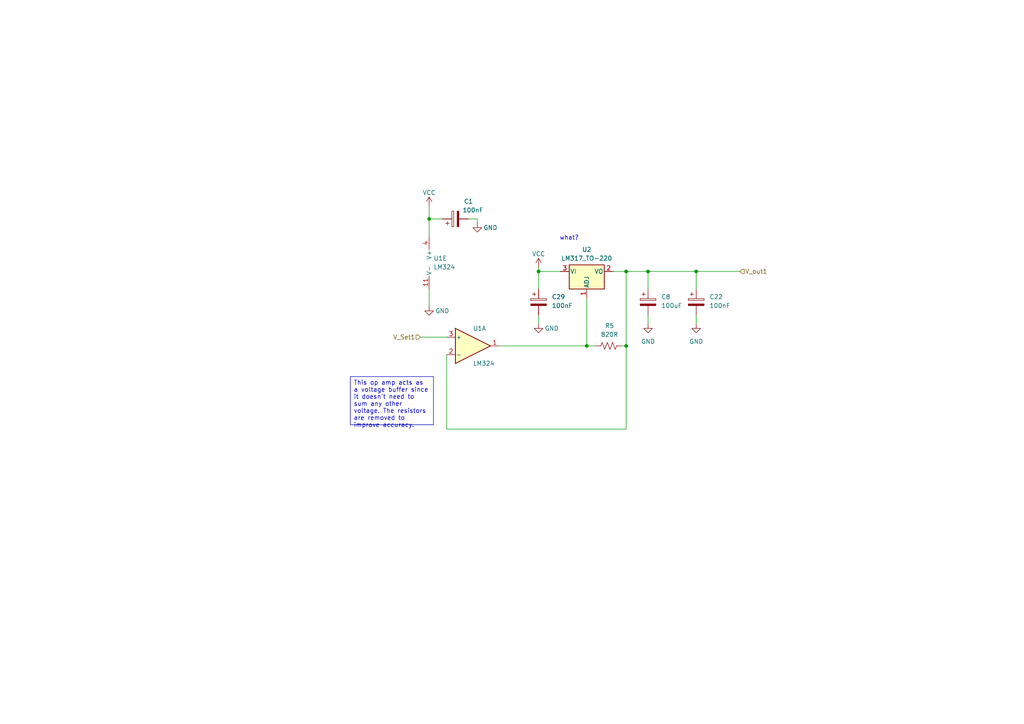
<source format=kicad_sch>
(kicad_sch
	(version 20231120)
	(generator "eeschema")
	(generator_version "8.0")
	(uuid "4ba02645-806a-453f-abbb-bbf701f14a78")
	(paper "A4")
	(title_block
		(company "Purdue ECET")
	)
	(lib_symbols
		(symbol "Amplifier_Operational:LM324"
			(pin_names
				(offset 0.127)
			)
			(exclude_from_sim no)
			(in_bom yes)
			(on_board yes)
			(property "Reference" "U"
				(at 0 5.08 0)
				(effects
					(font
						(size 1.27 1.27)
					)
					(justify left)
				)
			)
			(property "Value" "LM324"
				(at 0 -5.08 0)
				(effects
					(font
						(size 1.27 1.27)
					)
					(justify left)
				)
			)
			(property "Footprint" ""
				(at -1.27 2.54 0)
				(effects
					(font
						(size 1.27 1.27)
					)
					(hide yes)
				)
			)
			(property "Datasheet" "http://www.ti.com/lit/ds/symlink/lm2902-n.pdf"
				(at 1.27 5.08 0)
				(effects
					(font
						(size 1.27 1.27)
					)
					(hide yes)
				)
			)
			(property "Description" "Low-Power, Quad-Operational Amplifiers, DIP-14/SOIC-14/SSOP-14"
				(at 0 0 0)
				(effects
					(font
						(size 1.27 1.27)
					)
					(hide yes)
				)
			)
			(property "ki_locked" ""
				(at 0 0 0)
				(effects
					(font
						(size 1.27 1.27)
					)
				)
			)
			(property "ki_keywords" "quad opamp"
				(at 0 0 0)
				(effects
					(font
						(size 1.27 1.27)
					)
					(hide yes)
				)
			)
			(property "ki_fp_filters" "SOIC*3.9x8.7mm*P1.27mm* DIP*W7.62mm* TSSOP*4.4x5mm*P0.65mm* SSOP*5.3x6.2mm*P0.65mm* MSOP*3x3mm*P0.5mm*"
				(at 0 0 0)
				(effects
					(font
						(size 1.27 1.27)
					)
					(hide yes)
				)
			)
			(symbol "LM324_1_1"
				(polyline
					(pts
						(xy -5.08 5.08) (xy 5.08 0) (xy -5.08 -5.08) (xy -5.08 5.08)
					)
					(stroke
						(width 0.254)
						(type default)
					)
					(fill
						(type background)
					)
				)
				(pin output line
					(at 7.62 0 180)
					(length 2.54)
					(name "~"
						(effects
							(font
								(size 1.27 1.27)
							)
						)
					)
					(number "1"
						(effects
							(font
								(size 1.27 1.27)
							)
						)
					)
				)
				(pin input line
					(at -7.62 -2.54 0)
					(length 2.54)
					(name "-"
						(effects
							(font
								(size 1.27 1.27)
							)
						)
					)
					(number "2"
						(effects
							(font
								(size 1.27 1.27)
							)
						)
					)
				)
				(pin input line
					(at -7.62 2.54 0)
					(length 2.54)
					(name "+"
						(effects
							(font
								(size 1.27 1.27)
							)
						)
					)
					(number "3"
						(effects
							(font
								(size 1.27 1.27)
							)
						)
					)
				)
			)
			(symbol "LM324_2_1"
				(polyline
					(pts
						(xy -5.08 5.08) (xy 5.08 0) (xy -5.08 -5.08) (xy -5.08 5.08)
					)
					(stroke
						(width 0.254)
						(type default)
					)
					(fill
						(type background)
					)
				)
				(pin input line
					(at -7.62 2.54 0)
					(length 2.54)
					(name "+"
						(effects
							(font
								(size 1.27 1.27)
							)
						)
					)
					(number "5"
						(effects
							(font
								(size 1.27 1.27)
							)
						)
					)
				)
				(pin input line
					(at -7.62 -2.54 0)
					(length 2.54)
					(name "-"
						(effects
							(font
								(size 1.27 1.27)
							)
						)
					)
					(number "6"
						(effects
							(font
								(size 1.27 1.27)
							)
						)
					)
				)
				(pin output line
					(at 7.62 0 180)
					(length 2.54)
					(name "~"
						(effects
							(font
								(size 1.27 1.27)
							)
						)
					)
					(number "7"
						(effects
							(font
								(size 1.27 1.27)
							)
						)
					)
				)
			)
			(symbol "LM324_3_1"
				(polyline
					(pts
						(xy -5.08 5.08) (xy 5.08 0) (xy -5.08 -5.08) (xy -5.08 5.08)
					)
					(stroke
						(width 0.254)
						(type default)
					)
					(fill
						(type background)
					)
				)
				(pin input line
					(at -7.62 2.54 0)
					(length 2.54)
					(name "+"
						(effects
							(font
								(size 1.27 1.27)
							)
						)
					)
					(number "10"
						(effects
							(font
								(size 1.27 1.27)
							)
						)
					)
				)
				(pin output line
					(at 7.62 0 180)
					(length 2.54)
					(name "~"
						(effects
							(font
								(size 1.27 1.27)
							)
						)
					)
					(number "8"
						(effects
							(font
								(size 1.27 1.27)
							)
						)
					)
				)
				(pin input line
					(at -7.62 -2.54 0)
					(length 2.54)
					(name "-"
						(effects
							(font
								(size 1.27 1.27)
							)
						)
					)
					(number "9"
						(effects
							(font
								(size 1.27 1.27)
							)
						)
					)
				)
			)
			(symbol "LM324_4_1"
				(polyline
					(pts
						(xy -5.08 5.08) (xy 5.08 0) (xy -5.08 -5.08) (xy -5.08 5.08)
					)
					(stroke
						(width 0.254)
						(type default)
					)
					(fill
						(type background)
					)
				)
				(pin input line
					(at -7.62 2.54 0)
					(length 2.54)
					(name "+"
						(effects
							(font
								(size 1.27 1.27)
							)
						)
					)
					(number "12"
						(effects
							(font
								(size 1.27 1.27)
							)
						)
					)
				)
				(pin input line
					(at -7.62 -2.54 0)
					(length 2.54)
					(name "-"
						(effects
							(font
								(size 1.27 1.27)
							)
						)
					)
					(number "13"
						(effects
							(font
								(size 1.27 1.27)
							)
						)
					)
				)
				(pin output line
					(at 7.62 0 180)
					(length 2.54)
					(name "~"
						(effects
							(font
								(size 1.27 1.27)
							)
						)
					)
					(number "14"
						(effects
							(font
								(size 1.27 1.27)
							)
						)
					)
				)
			)
			(symbol "LM324_5_1"
				(pin power_in line
					(at -2.54 -7.62 90)
					(length 3.81)
					(name "V-"
						(effects
							(font
								(size 1.27 1.27)
							)
						)
					)
					(number "11"
						(effects
							(font
								(size 1.27 1.27)
							)
						)
					)
				)
				(pin power_in line
					(at -2.54 7.62 270)
					(length 3.81)
					(name "V+"
						(effects
							(font
								(size 1.27 1.27)
							)
						)
					)
					(number "4"
						(effects
							(font
								(size 1.27 1.27)
							)
						)
					)
				)
			)
		)
		(symbol "Device:C_Polarized"
			(pin_numbers hide)
			(pin_names
				(offset 0.254)
			)
			(exclude_from_sim no)
			(in_bom yes)
			(on_board yes)
			(property "Reference" "C"
				(at 0.635 2.54 0)
				(effects
					(font
						(size 1.27 1.27)
					)
					(justify left)
				)
			)
			(property "Value" "C_Polarized"
				(at 0.635 -2.54 0)
				(effects
					(font
						(size 1.27 1.27)
					)
					(justify left)
				)
			)
			(property "Footprint" ""
				(at 0.9652 -3.81 0)
				(effects
					(font
						(size 1.27 1.27)
					)
					(hide yes)
				)
			)
			(property "Datasheet" "~"
				(at 0 0 0)
				(effects
					(font
						(size 1.27 1.27)
					)
					(hide yes)
				)
			)
			(property "Description" "Polarized capacitor"
				(at 0 0 0)
				(effects
					(font
						(size 1.27 1.27)
					)
					(hide yes)
				)
			)
			(property "ki_keywords" "cap capacitor"
				(at 0 0 0)
				(effects
					(font
						(size 1.27 1.27)
					)
					(hide yes)
				)
			)
			(property "ki_fp_filters" "CP_*"
				(at 0 0 0)
				(effects
					(font
						(size 1.27 1.27)
					)
					(hide yes)
				)
			)
			(symbol "C_Polarized_0_1"
				(rectangle
					(start -2.286 0.508)
					(end 2.286 1.016)
					(stroke
						(width 0)
						(type default)
					)
					(fill
						(type none)
					)
				)
				(polyline
					(pts
						(xy -1.778 2.286) (xy -0.762 2.286)
					)
					(stroke
						(width 0)
						(type default)
					)
					(fill
						(type none)
					)
				)
				(polyline
					(pts
						(xy -1.27 2.794) (xy -1.27 1.778)
					)
					(stroke
						(width 0)
						(type default)
					)
					(fill
						(type none)
					)
				)
				(rectangle
					(start 2.286 -0.508)
					(end -2.286 -1.016)
					(stroke
						(width 0)
						(type default)
					)
					(fill
						(type outline)
					)
				)
			)
			(symbol "C_Polarized_1_1"
				(pin passive line
					(at 0 3.81 270)
					(length 2.794)
					(name "~"
						(effects
							(font
								(size 1.27 1.27)
							)
						)
					)
					(number "1"
						(effects
							(font
								(size 1.27 1.27)
							)
						)
					)
				)
				(pin passive line
					(at 0 -3.81 90)
					(length 2.794)
					(name "~"
						(effects
							(font
								(size 1.27 1.27)
							)
						)
					)
					(number "2"
						(effects
							(font
								(size 1.27 1.27)
							)
						)
					)
				)
			)
		)
		(symbol "Device:R_US"
			(pin_numbers hide)
			(pin_names
				(offset 0)
			)
			(exclude_from_sim no)
			(in_bom yes)
			(on_board yes)
			(property "Reference" "R"
				(at 2.54 0 90)
				(effects
					(font
						(size 1.27 1.27)
					)
				)
			)
			(property "Value" "R_US"
				(at -2.54 0 90)
				(effects
					(font
						(size 1.27 1.27)
					)
				)
			)
			(property "Footprint" ""
				(at 1.016 -0.254 90)
				(effects
					(font
						(size 1.27 1.27)
					)
					(hide yes)
				)
			)
			(property "Datasheet" "~"
				(at 0 0 0)
				(effects
					(font
						(size 1.27 1.27)
					)
					(hide yes)
				)
			)
			(property "Description" "Resistor, US symbol"
				(at 0 0 0)
				(effects
					(font
						(size 1.27 1.27)
					)
					(hide yes)
				)
			)
			(property "ki_keywords" "R res resistor"
				(at 0 0 0)
				(effects
					(font
						(size 1.27 1.27)
					)
					(hide yes)
				)
			)
			(property "ki_fp_filters" "R_*"
				(at 0 0 0)
				(effects
					(font
						(size 1.27 1.27)
					)
					(hide yes)
				)
			)
			(symbol "R_US_0_1"
				(polyline
					(pts
						(xy 0 -2.286) (xy 0 -2.54)
					)
					(stroke
						(width 0)
						(type default)
					)
					(fill
						(type none)
					)
				)
				(polyline
					(pts
						(xy 0 2.286) (xy 0 2.54)
					)
					(stroke
						(width 0)
						(type default)
					)
					(fill
						(type none)
					)
				)
				(polyline
					(pts
						(xy 0 -0.762) (xy 1.016 -1.143) (xy 0 -1.524) (xy -1.016 -1.905) (xy 0 -2.286)
					)
					(stroke
						(width 0)
						(type default)
					)
					(fill
						(type none)
					)
				)
				(polyline
					(pts
						(xy 0 0.762) (xy 1.016 0.381) (xy 0 0) (xy -1.016 -0.381) (xy 0 -0.762)
					)
					(stroke
						(width 0)
						(type default)
					)
					(fill
						(type none)
					)
				)
				(polyline
					(pts
						(xy 0 2.286) (xy 1.016 1.905) (xy 0 1.524) (xy -1.016 1.143) (xy 0 0.762)
					)
					(stroke
						(width 0)
						(type default)
					)
					(fill
						(type none)
					)
				)
			)
			(symbol "R_US_1_1"
				(pin passive line
					(at 0 3.81 270)
					(length 1.27)
					(name "~"
						(effects
							(font
								(size 1.27 1.27)
							)
						)
					)
					(number "1"
						(effects
							(font
								(size 1.27 1.27)
							)
						)
					)
				)
				(pin passive line
					(at 0 -3.81 90)
					(length 1.27)
					(name "~"
						(effects
							(font
								(size 1.27 1.27)
							)
						)
					)
					(number "2"
						(effects
							(font
								(size 1.27 1.27)
							)
						)
					)
				)
			)
		)
		(symbol "Regulator_Linear:LM317_TO-220"
			(pin_names
				(offset 0.254)
			)
			(exclude_from_sim no)
			(in_bom yes)
			(on_board yes)
			(property "Reference" "U"
				(at -3.81 3.175 0)
				(effects
					(font
						(size 1.27 1.27)
					)
				)
			)
			(property "Value" "LM317_TO-220"
				(at 0 3.175 0)
				(effects
					(font
						(size 1.27 1.27)
					)
					(justify left)
				)
			)
			(property "Footprint" "Package_TO_SOT_THT:TO-220-3_Vertical"
				(at 0 6.35 0)
				(effects
					(font
						(size 1.27 1.27)
						(italic yes)
					)
					(hide yes)
				)
			)
			(property "Datasheet" "http://www.ti.com/lit/ds/symlink/lm317.pdf"
				(at 0 0 0)
				(effects
					(font
						(size 1.27 1.27)
					)
					(hide yes)
				)
			)
			(property "Description" "1.5A 35V Adjustable Linear Regulator, TO-220"
				(at 0 0 0)
				(effects
					(font
						(size 1.27 1.27)
					)
					(hide yes)
				)
			)
			(property "ki_keywords" "Adjustable Voltage Regulator 1A Positive"
				(at 0 0 0)
				(effects
					(font
						(size 1.27 1.27)
					)
					(hide yes)
				)
			)
			(property "ki_fp_filters" "TO?220*"
				(at 0 0 0)
				(effects
					(font
						(size 1.27 1.27)
					)
					(hide yes)
				)
			)
			(symbol "LM317_TO-220_0_1"
				(rectangle
					(start -5.08 1.905)
					(end 5.08 -5.08)
					(stroke
						(width 0.254)
						(type default)
					)
					(fill
						(type background)
					)
				)
			)
			(symbol "LM317_TO-220_1_1"
				(pin input line
					(at 0 -7.62 90)
					(length 2.54)
					(name "ADJ"
						(effects
							(font
								(size 1.27 1.27)
							)
						)
					)
					(number "1"
						(effects
							(font
								(size 1.27 1.27)
							)
						)
					)
				)
				(pin power_out line
					(at 7.62 0 180)
					(length 2.54)
					(name "VO"
						(effects
							(font
								(size 1.27 1.27)
							)
						)
					)
					(number "2"
						(effects
							(font
								(size 1.27 1.27)
							)
						)
					)
				)
				(pin power_in line
					(at -7.62 0 0)
					(length 2.54)
					(name "VI"
						(effects
							(font
								(size 1.27 1.27)
							)
						)
					)
					(number "3"
						(effects
							(font
								(size 1.27 1.27)
							)
						)
					)
				)
			)
		)
		(symbol "power:GND"
			(power)
			(pin_names
				(offset 0)
			)
			(exclude_from_sim no)
			(in_bom yes)
			(on_board yes)
			(property "Reference" "#PWR"
				(at 0 -6.35 0)
				(effects
					(font
						(size 1.27 1.27)
					)
					(hide yes)
				)
			)
			(property "Value" "GND"
				(at 0 -3.81 0)
				(effects
					(font
						(size 1.27 1.27)
					)
				)
			)
			(property "Footprint" ""
				(at 0 0 0)
				(effects
					(font
						(size 1.27 1.27)
					)
					(hide yes)
				)
			)
			(property "Datasheet" ""
				(at 0 0 0)
				(effects
					(font
						(size 1.27 1.27)
					)
					(hide yes)
				)
			)
			(property "Description" "Power symbol creates a global label with name \"GND\" , ground"
				(at 0 0 0)
				(effects
					(font
						(size 1.27 1.27)
					)
					(hide yes)
				)
			)
			(property "ki_keywords" "global power"
				(at 0 0 0)
				(effects
					(font
						(size 1.27 1.27)
					)
					(hide yes)
				)
			)
			(symbol "GND_0_1"
				(polyline
					(pts
						(xy 0 0) (xy 0 -1.27) (xy 1.27 -1.27) (xy 0 -2.54) (xy -1.27 -1.27) (xy 0 -1.27)
					)
					(stroke
						(width 0)
						(type default)
					)
					(fill
						(type none)
					)
				)
			)
			(symbol "GND_1_1"
				(pin power_in line
					(at 0 0 270)
					(length 0) hide
					(name "GND"
						(effects
							(font
								(size 1.27 1.27)
							)
						)
					)
					(number "1"
						(effects
							(font
								(size 1.27 1.27)
							)
						)
					)
				)
			)
		)
		(symbol "power:VCC"
			(power)
			(pin_names
				(offset 0)
			)
			(exclude_from_sim no)
			(in_bom yes)
			(on_board yes)
			(property "Reference" "#PWR"
				(at 0 -3.81 0)
				(effects
					(font
						(size 1.27 1.27)
					)
					(hide yes)
				)
			)
			(property "Value" "VCC"
				(at 0 3.81 0)
				(effects
					(font
						(size 1.27 1.27)
					)
				)
			)
			(property "Footprint" ""
				(at 0 0 0)
				(effects
					(font
						(size 1.27 1.27)
					)
					(hide yes)
				)
			)
			(property "Datasheet" ""
				(at 0 0 0)
				(effects
					(font
						(size 1.27 1.27)
					)
					(hide yes)
				)
			)
			(property "Description" "Power symbol creates a global label with name \"VCC\""
				(at 0 0 0)
				(effects
					(font
						(size 1.27 1.27)
					)
					(hide yes)
				)
			)
			(property "ki_keywords" "global power"
				(at 0 0 0)
				(effects
					(font
						(size 1.27 1.27)
					)
					(hide yes)
				)
			)
			(symbol "VCC_0_1"
				(polyline
					(pts
						(xy -0.762 1.27) (xy 0 2.54)
					)
					(stroke
						(width 0)
						(type default)
					)
					(fill
						(type none)
					)
				)
				(polyline
					(pts
						(xy 0 0) (xy 0 2.54)
					)
					(stroke
						(width 0)
						(type default)
					)
					(fill
						(type none)
					)
				)
				(polyline
					(pts
						(xy 0 2.54) (xy 0.762 1.27)
					)
					(stroke
						(width 0)
						(type default)
					)
					(fill
						(type none)
					)
				)
			)
			(symbol "VCC_1_1"
				(pin power_in line
					(at 0 0 90)
					(length 0) hide
					(name "VCC"
						(effects
							(font
								(size 1.27 1.27)
							)
						)
					)
					(number "1"
						(effects
							(font
								(size 1.27 1.27)
							)
						)
					)
				)
			)
		)
	)
	(junction
		(at 170.18 100.33)
		(diameter 0)
		(color 0 0 0 0)
		(uuid "40900547-92db-451a-8c84-5ffff3b07109")
	)
	(junction
		(at 181.61 78.74)
		(diameter 0)
		(color 0 0 0 0)
		(uuid "4632510e-9e6a-42f4-a1d7-4080ce492390")
	)
	(junction
		(at 181.61 100.33)
		(diameter 0)
		(color 0 0 0 0)
		(uuid "54bcfa57-22dd-4025-acfa-9670a33055c2")
	)
	(junction
		(at 124.46 63.5)
		(diameter 0)
		(color 0 0 0 0)
		(uuid "73d92b4c-ecf1-4e9f-b781-89b3263a0ed7")
	)
	(junction
		(at 187.96 78.74)
		(diameter 0)
		(color 0 0 0 0)
		(uuid "9df300ba-72c8-45bd-90d7-78cd04236aa0")
	)
	(junction
		(at 201.93 78.74)
		(diameter 0)
		(color 0 0 0 0)
		(uuid "eaa4e695-fde4-487b-80e2-e1c960547440")
	)
	(junction
		(at 156.21 78.74)
		(diameter 0)
		(color 0 0 0 0)
		(uuid "ee897fa1-5345-42b9-8328-5329345076bc")
	)
	(wire
		(pts
			(xy 181.61 78.74) (xy 181.61 100.33)
		)
		(stroke
			(width 0)
			(type default)
		)
		(uuid "058babf8-acba-4417-b720-3ea7a15f400e")
	)
	(wire
		(pts
			(xy 138.43 64.77) (xy 138.43 63.5)
		)
		(stroke
			(width 0)
			(type default)
		)
		(uuid "08ccf7d1-8b10-46e6-a8fb-ec13be95eda8")
	)
	(wire
		(pts
			(xy 201.93 78.74) (xy 214.63 78.74)
		)
		(stroke
			(width 0)
			(type default)
		)
		(uuid "098a220d-6bbc-4e52-ba9c-b511e84f5a6b")
	)
	(wire
		(pts
			(xy 180.34 100.33) (xy 181.61 100.33)
		)
		(stroke
			(width 0)
			(type default)
		)
		(uuid "10e48818-b777-46f6-86f4-837cb44373a8")
	)
	(wire
		(pts
			(xy 124.46 63.5) (xy 128.27 63.5)
		)
		(stroke
			(width 0)
			(type default)
		)
		(uuid "171ada1d-deab-4d55-8bf7-18429d6f3b70")
	)
	(wire
		(pts
			(xy 201.93 78.74) (xy 201.93 83.82)
		)
		(stroke
			(width 0)
			(type default)
		)
		(uuid "1e6cbca6-dfa1-47bb-9aaf-d25eaf36eb3a")
	)
	(wire
		(pts
			(xy 121.92 97.79) (xy 129.54 97.79)
		)
		(stroke
			(width 0)
			(type default)
		)
		(uuid "2e15d2de-f30b-4062-9333-c2331a415d72")
	)
	(wire
		(pts
			(xy 129.54 102.87) (xy 129.54 124.46)
		)
		(stroke
			(width 0)
			(type default)
		)
		(uuid "2e728c0b-6632-4d64-b695-f6089c3ff5e5")
	)
	(wire
		(pts
			(xy 129.54 124.46) (xy 181.61 124.46)
		)
		(stroke
			(width 0)
			(type default)
		)
		(uuid "312af98d-2bdb-45ca-821d-950cd42a1a0a")
	)
	(wire
		(pts
			(xy 144.78 100.33) (xy 170.18 100.33)
		)
		(stroke
			(width 0)
			(type default)
		)
		(uuid "356ad79f-d183-4654-802c-9f6da8f320f7")
	)
	(wire
		(pts
			(xy 156.21 78.74) (xy 156.21 77.47)
		)
		(stroke
			(width 0)
			(type default)
		)
		(uuid "40c4a97a-38d6-46c8-9aa7-86f403539519")
	)
	(wire
		(pts
			(xy 181.61 78.74) (xy 187.96 78.74)
		)
		(stroke
			(width 0)
			(type default)
		)
		(uuid "46857910-1254-411a-8106-bee08bb14f44")
	)
	(wire
		(pts
			(xy 124.46 63.5) (xy 124.46 68.58)
		)
		(stroke
			(width 0)
			(type default)
		)
		(uuid "46ef8871-eb1b-41f7-93d2-786f837909b3")
	)
	(wire
		(pts
			(xy 177.8 78.74) (xy 181.61 78.74)
		)
		(stroke
			(width 0)
			(type default)
		)
		(uuid "4c9d2776-52c7-4413-96e2-7eff8bef03de")
	)
	(wire
		(pts
			(xy 124.46 59.69) (xy 124.46 63.5)
		)
		(stroke
			(width 0)
			(type default)
		)
		(uuid "5c97c6be-beaf-4850-92a5-abb4adb8c08b")
	)
	(wire
		(pts
			(xy 170.18 86.36) (xy 170.18 100.33)
		)
		(stroke
			(width 0)
			(type default)
		)
		(uuid "675dd355-7337-4d7a-b8ce-5dfd37ba264b")
	)
	(wire
		(pts
			(xy 181.61 124.46) (xy 181.61 100.33)
		)
		(stroke
			(width 0)
			(type default)
		)
		(uuid "7668bee4-c3ae-4a04-92f5-24bad477fcae")
	)
	(wire
		(pts
			(xy 172.72 100.33) (xy 170.18 100.33)
		)
		(stroke
			(width 0)
			(type default)
		)
		(uuid "797eec2b-feff-48bf-aaa1-e511d6a69a34")
	)
	(wire
		(pts
			(xy 162.56 78.74) (xy 156.21 78.74)
		)
		(stroke
			(width 0)
			(type default)
		)
		(uuid "7fa1eb0c-51e5-4795-9d8e-a078f88c3dda")
	)
	(wire
		(pts
			(xy 187.96 91.44) (xy 187.96 93.98)
		)
		(stroke
			(width 0)
			(type default)
		)
		(uuid "8fdfa52d-5593-4f70-a283-08ab2b7dd362")
	)
	(wire
		(pts
			(xy 201.93 91.44) (xy 201.93 93.98)
		)
		(stroke
			(width 0)
			(type default)
		)
		(uuid "911312e2-7b84-4677-aa11-8b016c0d5eb0")
	)
	(wire
		(pts
			(xy 187.96 78.74) (xy 201.93 78.74)
		)
		(stroke
			(width 0)
			(type default)
		)
		(uuid "9e642972-e0ed-4276-bc85-ca3ce8cc890b")
	)
	(wire
		(pts
			(xy 187.96 83.82) (xy 187.96 78.74)
		)
		(stroke
			(width 0)
			(type default)
		)
		(uuid "a0149cbd-5bab-4ef3-aec7-cd60016103b3")
	)
	(wire
		(pts
			(xy 135.89 63.5) (xy 138.43 63.5)
		)
		(stroke
			(width 0)
			(type default)
		)
		(uuid "b8803ddf-3918-4e3a-be25-48d904b55241")
	)
	(wire
		(pts
			(xy 156.21 91.44) (xy 156.21 93.98)
		)
		(stroke
			(width 0)
			(type default)
		)
		(uuid "d78e893e-7649-474f-80ce-575828c69d78")
	)
	(wire
		(pts
			(xy 124.46 83.82) (xy 124.46 88.9)
		)
		(stroke
			(width 0)
			(type default)
		)
		(uuid "e5ad4aee-7c5a-4d43-85fd-45f2350adab2")
	)
	(wire
		(pts
			(xy 156.21 78.74) (xy 156.21 83.82)
		)
		(stroke
			(width 0)
			(type default)
		)
		(uuid "fd7032b7-7781-4470-8cd4-37e20edb9468")
	)
	(text_box "This op amp acts as a voltage buffer since it doesn't need to sum any other voltage. The resistors are removed to improve accuracy."
		(exclude_from_sim no)
		(at 101.6 109.22 0)
		(size 24.13 13.97)
		(stroke
			(width 0)
			(type default)
		)
		(fill
			(type none)
		)
		(effects
			(font
				(size 1.27 1.27)
			)
			(justify left top)
		)
		(uuid "bd0c72b6-0c24-4a12-bced-cb9bf7d36b4c")
	)
	(text "what?\n"
		(exclude_from_sim no)
		(at 165.1 69.088 0)
		(effects
			(font
				(size 1.27 1.27)
			)
		)
		(uuid "4a4bbd6a-cd8e-47b9-864b-b06fc2324818")
	)
	(hierarchical_label "V_Set1"
		(shape input)
		(at 121.92 97.79 180)
		(effects
			(font
				(size 1.27 1.27)
			)
			(justify right)
		)
		(uuid "a6111706-3f22-49a5-a426-ee68dc2b9a59")
	)
	(hierarchical_label "V_out1"
		(shape input)
		(at 214.63 78.74 0)
		(effects
			(font
				(size 1.27 1.27)
			)
			(justify left)
		)
		(uuid "bfa7ccea-31b6-4931-86c4-5d2f9bc29fe8")
	)
	(symbol
		(lib_id "Amplifier_Operational:LM324")
		(at 137.16 100.33 0)
		(unit 1)
		(exclude_from_sim no)
		(in_bom yes)
		(on_board yes)
		(dnp no)
		(uuid "04c886aa-35a6-4719-9a0f-a918e43c2a23")
		(property "Reference" "U1"
			(at 137.16 95.25 0)
			(effects
				(font
					(size 1.27 1.27)
				)
				(justify left)
			)
		)
		(property "Value" "LM324"
			(at 137.16 105.41 0)
			(effects
				(font
					(size 1.27 1.27)
				)
				(justify left)
			)
		)
		(property "Footprint" "Package_DIP:DIP-8_W7.62mm_LongPads"
			(at 135.89 97.79 0)
			(effects
				(font
					(size 1.27 1.27)
				)
				(hide yes)
			)
		)
		(property "Datasheet" "http://www.ti.com/lit/ds/symlink/lm2902-n.pdf"
			(at 138.43 95.25 0)
			(effects
				(font
					(size 1.27 1.27)
				)
				(hide yes)
			)
		)
		(property "Description" "Low-Power, Quad-Operational Amplifiers, DIP-14/SOIC-14/SSOP-14"
			(at 137.16 100.33 0)
			(effects
				(font
					(size 1.27 1.27)
				)
				(hide yes)
			)
		)
		(pin "1"
			(uuid "dac4b544-cd2e-4588-877c-0135d9aba652")
		)
		(pin "2"
			(uuid "2568bbc8-53da-4b9f-8185-b7bda2124ed5")
		)
		(pin "3"
			(uuid "9a28acba-e077-49dd-b4ad-e9cfdfb47e56")
		)
		(pin "4"
			(uuid "f684989a-64b9-43d7-aff9-9a161eba5091")
		)
		(pin "5"
			(uuid "be14fcfb-72d4-4b9f-b4f3-3392844f2b66")
		)
		(pin "6"
			(uuid "457a9a79-73f9-439f-b99a-1218ce6b4e3c")
		)
		(pin "7"
			(uuid "9443ab1c-d6e0-47b6-a927-633369c3ac90")
		)
		(pin "8"
			(uuid "379e9b24-d3d8-4aa1-8263-23ee57588f0e")
		)
		(pin "9"
			(uuid "078cf656-55c8-4b73-9885-202f547b31fc")
		)
		(pin "10"
			(uuid "3d45079c-a625-47e1-8c7b-06dd822f6b3d")
		)
		(pin "12"
			(uuid "511502b3-ceca-4515-8bd5-46d7cc92de46")
		)
		(pin "13"
			(uuid "861ffd71-43fc-4046-a5ee-09ea4893cf0b")
		)
		(pin "14"
			(uuid "ec8ccc66-4fc2-4629-a472-93177cb40ef1")
		)
		(pin "11"
			(uuid "2a8af73c-8485-4409-9a55-ee05f7b5e3e5")
		)
		(instances
			(project "battery emulator design 0.1"
				(path "/eb54f7d9-731a-4a54-adbe-3a25c9be0c1a/d3face5c-f429-4a6c-be18-8ab84a7159a2"
					(reference "U1")
					(unit 1)
				)
			)
		)
	)
	(symbol
		(lib_id "power:VCC")
		(at 124.46 59.69 0)
		(unit 1)
		(exclude_from_sim no)
		(in_bom yes)
		(on_board yes)
		(dnp no)
		(fields_autoplaced yes)
		(uuid "147e68ad-54e7-455a-8094-45982910f137")
		(property "Reference" "#PWR02"
			(at 124.46 63.5 0)
			(effects
				(font
					(size 1.27 1.27)
				)
				(hide yes)
			)
		)
		(property "Value" "VCC"
			(at 124.46 55.88 0)
			(effects
				(font
					(size 1.27 1.27)
				)
			)
		)
		(property "Footprint" ""
			(at 124.46 59.69 0)
			(effects
				(font
					(size 1.27 1.27)
				)
				(hide yes)
			)
		)
		(property "Datasheet" ""
			(at 124.46 59.69 0)
			(effects
				(font
					(size 1.27 1.27)
				)
				(hide yes)
			)
		)
		(property "Description" ""
			(at 124.46 59.69 0)
			(effects
				(font
					(size 1.27 1.27)
				)
				(hide yes)
			)
		)
		(pin "1"
			(uuid "6960b4f3-893b-423b-a9c0-a065fa0d1f95")
		)
		(instances
			(project "battery emulator design 0.1"
				(path "/eb54f7d9-731a-4a54-adbe-3a25c9be0c1a/d3face5c-f429-4a6c-be18-8ab84a7159a2"
					(reference "#PWR02")
					(unit 1)
				)
			)
		)
	)
	(symbol
		(lib_id "power:GND")
		(at 201.93 93.98 0)
		(unit 1)
		(exclude_from_sim no)
		(in_bom yes)
		(on_board yes)
		(dnp no)
		(fields_autoplaced yes)
		(uuid "463f8dcf-cff5-4a29-b91b-0f406bc59581")
		(property "Reference" "#PWR049"
			(at 201.93 100.33 0)
			(effects
				(font
					(size 1.27 1.27)
				)
				(hide yes)
			)
		)
		(property "Value" "GND"
			(at 201.93 99.06 0)
			(effects
				(font
					(size 1.27 1.27)
				)
			)
		)
		(property "Footprint" ""
			(at 201.93 93.98 0)
			(effects
				(font
					(size 1.27 1.27)
				)
				(hide yes)
			)
		)
		(property "Datasheet" ""
			(at 201.93 93.98 0)
			(effects
				(font
					(size 1.27 1.27)
				)
				(hide yes)
			)
		)
		(property "Description" ""
			(at 201.93 93.98 0)
			(effects
				(font
					(size 1.27 1.27)
				)
				(hide yes)
			)
		)
		(pin "1"
			(uuid "94f597ba-2dcf-47fb-984d-f63f4a968d9b")
		)
		(instances
			(project "battery emulator design 0.1"
				(path "/eb54f7d9-731a-4a54-adbe-3a25c9be0c1a/d3face5c-f429-4a6c-be18-8ab84a7159a2"
					(reference "#PWR049")
					(unit 1)
				)
			)
		)
	)
	(symbol
		(lib_id "Regulator_Linear:LM317_TO-220")
		(at 170.18 78.74 0)
		(unit 1)
		(exclude_from_sim no)
		(in_bom yes)
		(on_board yes)
		(dnp no)
		(fields_autoplaced yes)
		(uuid "55bcc438-8607-4f91-bec5-dcef7c31752a")
		(property "Reference" "U2"
			(at 170.18 72.39 0)
			(effects
				(font
					(size 1.27 1.27)
				)
			)
		)
		(property "Value" "LM317_TO-220"
			(at 170.18 74.93 0)
			(effects
				(font
					(size 1.27 1.27)
				)
			)
		)
		(property "Footprint" "Package_TO_SOT_THT:TO-220-3_Vertical"
			(at 170.18 72.39 0)
			(effects
				(font
					(size 1.27 1.27)
					(italic yes)
				)
				(hide yes)
			)
		)
		(property "Datasheet" "http://www.ti.com/lit/ds/symlink/lm317.pdf"
			(at 170.18 78.74 0)
			(effects
				(font
					(size 1.27 1.27)
				)
				(hide yes)
			)
		)
		(property "Description" ""
			(at 170.18 78.74 0)
			(effects
				(font
					(size 1.27 1.27)
				)
				(hide yes)
			)
		)
		(pin "1"
			(uuid "2e1bffc9-5649-4d71-9995-d935d523a1af")
		)
		(pin "2"
			(uuid "c4d5847c-57af-483d-85d8-d2502bca4a06")
		)
		(pin "3"
			(uuid "570e2cf2-af08-479d-abaf-b04ba2ff4b70")
		)
		(instances
			(project "battery emulator design 0.1"
				(path "/eb54f7d9-731a-4a54-adbe-3a25c9be0c1a/d3face5c-f429-4a6c-be18-8ab84a7159a2"
					(reference "U2")
					(unit 1)
				)
			)
		)
	)
	(symbol
		(lib_id "Device:C_Polarized")
		(at 201.93 87.63 0)
		(unit 1)
		(exclude_from_sim no)
		(in_bom yes)
		(on_board yes)
		(dnp no)
		(fields_autoplaced yes)
		(uuid "5e1abbdf-5add-425c-989e-7eafbe277fc4")
		(property "Reference" "C22"
			(at 205.74 86.106 0)
			(effects
				(font
					(size 1.27 1.27)
				)
				(justify left)
			)
		)
		(property "Value" "100nF"
			(at 205.74 88.646 0)
			(effects
				(font
					(size 1.27 1.27)
				)
				(justify left)
			)
		)
		(property "Footprint" "Capacitor_THT:C_Disc_D3.4mm_W2.1mm_P2.50mm"
			(at 202.8952 91.44 0)
			(effects
				(font
					(size 1.27 1.27)
				)
				(hide yes)
			)
		)
		(property "Datasheet" "~"
			(at 201.93 87.63 0)
			(effects
				(font
					(size 1.27 1.27)
				)
				(hide yes)
			)
		)
		(property "Description" ""
			(at 201.93 87.63 0)
			(effects
				(font
					(size 1.27 1.27)
				)
				(hide yes)
			)
		)
		(pin "1"
			(uuid "3a35034f-380d-44cb-9ae8-0e5be8d0eddf")
		)
		(pin "2"
			(uuid "d698c2af-5799-4236-9e2a-c29219e55d81")
		)
		(instances
			(project "battery emulator design 0.1"
				(path "/eb54f7d9-731a-4a54-adbe-3a25c9be0c1a/d3face5c-f429-4a6c-be18-8ab84a7159a2"
					(reference "C22")
					(unit 1)
				)
			)
		)
	)
	(symbol
		(lib_id "Amplifier_Operational:LM324")
		(at 127 76.2 0)
		(unit 5)
		(exclude_from_sim no)
		(in_bom yes)
		(on_board yes)
		(dnp no)
		(fields_autoplaced yes)
		(uuid "647b8db2-1f9e-4369-bcb1-b5787d427813")
		(property "Reference" "U1"
			(at 125.73 74.9299 0)
			(effects
				(font
					(size 1.27 1.27)
				)
				(justify left)
			)
		)
		(property "Value" "LM324"
			(at 125.73 77.4699 0)
			(effects
				(font
					(size 1.27 1.27)
				)
				(justify left)
			)
		)
		(property "Footprint" ""
			(at 125.73 73.66 0)
			(effects
				(font
					(size 1.27 1.27)
				)
				(hide yes)
			)
		)
		(property "Datasheet" "http://www.ti.com/lit/ds/symlink/lm2902-n.pdf"
			(at 128.27 71.12 0)
			(effects
				(font
					(size 1.27 1.27)
				)
				(hide yes)
			)
		)
		(property "Description" "Low-Power, Quad-Operational Amplifiers, DIP-14/SOIC-14/SSOP-14"
			(at 127 76.2 0)
			(effects
				(font
					(size 1.27 1.27)
				)
				(hide yes)
			)
		)
		(pin "6"
			(uuid "869ab5c6-73d4-4b7a-82ce-bee6fbf7e8d9")
		)
		(pin "1"
			(uuid "ddc0dd25-f99e-4e38-8576-3a5230ac3c6b")
		)
		(pin "12"
			(uuid "1ebb90dd-84cf-4dee-9a0f-fb72785941d3")
		)
		(pin "7"
			(uuid "188d8274-b11b-4847-a420-ca1e4bb5c424")
		)
		(pin "2"
			(uuid "4dce8097-0c52-41e4-8ff8-3a8deec4e741")
		)
		(pin "13"
			(uuid "d847ae79-dd02-4126-a644-7182195781fb")
		)
		(pin "3"
			(uuid "47fa0d62-b7fa-4838-86b7-bc7ae71c6577")
		)
		(pin "10"
			(uuid "9985dce3-f9fe-44eb-8c9a-3e905e320a5c")
		)
		(pin "9"
			(uuid "ef7944e2-e2a9-4dd4-b404-ed289d1fc728")
		)
		(pin "8"
			(uuid "cd251384-1438-40e5-bfd4-35ffe8c4d982")
		)
		(pin "4"
			(uuid "9caa8a51-481c-43f5-b021-593d30ca8c4d")
		)
		(pin "14"
			(uuid "44eb34f8-f834-4178-a44e-43663af3e32a")
		)
		(pin "11"
			(uuid "9e7bc3f7-328b-4ef3-968d-a6a12c575cf6")
		)
		(pin "5"
			(uuid "235e275f-3025-4466-adb3-c57e4e7e11d2")
		)
		(instances
			(project ""
				(path "/eb54f7d9-731a-4a54-adbe-3a25c9be0c1a/d3face5c-f429-4a6c-be18-8ab84a7159a2"
					(reference "U1")
					(unit 5)
				)
			)
		)
	)
	(symbol
		(lib_id "Device:C_Polarized")
		(at 156.21 87.63 0)
		(unit 1)
		(exclude_from_sim no)
		(in_bom yes)
		(on_board yes)
		(dnp no)
		(fields_autoplaced yes)
		(uuid "67a88ccd-971d-4395-a4cc-53f3c9695d22")
		(property "Reference" "C29"
			(at 160.02 86.106 0)
			(effects
				(font
					(size 1.27 1.27)
				)
				(justify left)
			)
		)
		(property "Value" "100nF"
			(at 160.02 88.646 0)
			(effects
				(font
					(size 1.27 1.27)
				)
				(justify left)
			)
		)
		(property "Footprint" "Capacitor_THT:C_Disc_D3.4mm_W2.1mm_P2.50mm"
			(at 157.1752 91.44 0)
			(effects
				(font
					(size 1.27 1.27)
				)
				(hide yes)
			)
		)
		(property "Datasheet" "~"
			(at 156.21 87.63 0)
			(effects
				(font
					(size 1.27 1.27)
				)
				(hide yes)
			)
		)
		(property "Description" ""
			(at 156.21 87.63 0)
			(effects
				(font
					(size 1.27 1.27)
				)
				(hide yes)
			)
		)
		(pin "1"
			(uuid "41d29104-d218-4cfa-acb9-ece949b959e3")
		)
		(pin "2"
			(uuid "9697c414-ce57-4a1d-ae63-8b2144a4712c")
		)
		(instances
			(project "battery emulator design 0.1"
				(path "/eb54f7d9-731a-4a54-adbe-3a25c9be0c1a/d3face5c-f429-4a6c-be18-8ab84a7159a2"
					(reference "C29")
					(unit 1)
				)
			)
		)
	)
	(symbol
		(lib_id "Device:C_Polarized")
		(at 132.08 63.5 90)
		(unit 1)
		(exclude_from_sim no)
		(in_bom yes)
		(on_board yes)
		(dnp no)
		(uuid "6bdb5a5b-784a-4719-b6c0-6ec4ac3a712f")
		(property "Reference" "C1"
			(at 135.89 58.42 90)
			(effects
				(font
					(size 1.27 1.27)
				)
			)
		)
		(property "Value" "100nF"
			(at 137.16 60.96 90)
			(effects
				(font
					(size 1.27 1.27)
				)
			)
		)
		(property "Footprint" "Capacitor_THT:C_Disc_D3.4mm_W2.1mm_P2.50mm"
			(at 135.89 62.5348 0)
			(effects
				(font
					(size 1.27 1.27)
				)
				(hide yes)
			)
		)
		(property "Datasheet" "~"
			(at 132.08 63.5 0)
			(effects
				(font
					(size 1.27 1.27)
				)
				(hide yes)
			)
		)
		(property "Description" ""
			(at 132.08 63.5 0)
			(effects
				(font
					(size 1.27 1.27)
				)
				(hide yes)
			)
		)
		(pin "1"
			(uuid "abcd6fde-bdec-4ecb-afa6-dcbaeb496f92")
		)
		(pin "2"
			(uuid "f5f86c7e-a403-4729-b3e9-2569f6f8af33")
		)
		(instances
			(project "battery emulator design 0.1"
				(path "/eb54f7d9-731a-4a54-adbe-3a25c9be0c1a/d3face5c-f429-4a6c-be18-8ab84a7159a2"
					(reference "C1")
					(unit 1)
				)
			)
		)
	)
	(symbol
		(lib_id "Device:C_Polarized")
		(at 187.96 87.63 0)
		(unit 1)
		(exclude_from_sim no)
		(in_bom yes)
		(on_board yes)
		(dnp no)
		(fields_autoplaced yes)
		(uuid "7267061b-7284-43d2-92be-3ed1e36d7142")
		(property "Reference" "C8"
			(at 191.77 86.106 0)
			(effects
				(font
					(size 1.27 1.27)
				)
				(justify left)
			)
		)
		(property "Value" "100uF"
			(at 191.77 88.646 0)
			(effects
				(font
					(size 1.27 1.27)
				)
				(justify left)
			)
		)
		(property "Footprint" "Capacitor_THT:CP_Radial_D7.5mm_P2.50mm"
			(at 188.9252 91.44 0)
			(effects
				(font
					(size 1.27 1.27)
				)
				(hide yes)
			)
		)
		(property "Datasheet" "~"
			(at 187.96 87.63 0)
			(effects
				(font
					(size 1.27 1.27)
				)
				(hide yes)
			)
		)
		(property "Description" ""
			(at 187.96 87.63 0)
			(effects
				(font
					(size 1.27 1.27)
				)
				(hide yes)
			)
		)
		(pin "1"
			(uuid "b6278511-2158-4061-8e6e-cf6faee728b8")
		)
		(pin "2"
			(uuid "ca9299de-d6b7-40ae-8e68-4535661b7dff")
		)
		(instances
			(project "battery emulator design 0.1"
				(path "/eb54f7d9-731a-4a54-adbe-3a25c9be0c1a/d3face5c-f429-4a6c-be18-8ab84a7159a2"
					(reference "C8")
					(unit 1)
				)
			)
		)
	)
	(symbol
		(lib_id "power:GND")
		(at 156.21 93.98 0)
		(unit 1)
		(exclude_from_sim no)
		(in_bom yes)
		(on_board yes)
		(dnp no)
		(uuid "88b0509c-c9d4-486a-8ee2-9124fa31bdf7")
		(property "Reference" "#PWR056"
			(at 156.21 100.33 0)
			(effects
				(font
					(size 1.27 1.27)
				)
				(hide yes)
			)
		)
		(property "Value" "GND"
			(at 160.02 95.25 0)
			(effects
				(font
					(size 1.27 1.27)
				)
			)
		)
		(property "Footprint" ""
			(at 156.21 93.98 0)
			(effects
				(font
					(size 1.27 1.27)
				)
				(hide yes)
			)
		)
		(property "Datasheet" ""
			(at 156.21 93.98 0)
			(effects
				(font
					(size 1.27 1.27)
				)
				(hide yes)
			)
		)
		(property "Description" ""
			(at 156.21 93.98 0)
			(effects
				(font
					(size 1.27 1.27)
				)
				(hide yes)
			)
		)
		(pin "1"
			(uuid "2281a119-64e9-4fd6-93e5-95203ad5457a")
		)
		(instances
			(project "battery emulator design 0.1"
				(path "/eb54f7d9-731a-4a54-adbe-3a25c9be0c1a/d3face5c-f429-4a6c-be18-8ab84a7159a2"
					(reference "#PWR056")
					(unit 1)
				)
			)
		)
	)
	(symbol
		(lib_id "power:GND")
		(at 124.46 88.9 0)
		(unit 1)
		(exclude_from_sim no)
		(in_bom yes)
		(on_board yes)
		(dnp no)
		(uuid "9f94e705-b06e-4c12-a8d5-9e0ccf651425")
		(property "Reference" "#PWR045"
			(at 124.46 95.25 0)
			(effects
				(font
					(size 1.27 1.27)
				)
				(hide yes)
			)
		)
		(property "Value" "GND"
			(at 128.27 90.17 0)
			(effects
				(font
					(size 1.27 1.27)
				)
			)
		)
		(property "Footprint" ""
			(at 124.46 88.9 0)
			(effects
				(font
					(size 1.27 1.27)
				)
				(hide yes)
			)
		)
		(property "Datasheet" ""
			(at 124.46 88.9 0)
			(effects
				(font
					(size 1.27 1.27)
				)
				(hide yes)
			)
		)
		(property "Description" ""
			(at 124.46 88.9 0)
			(effects
				(font
					(size 1.27 1.27)
				)
				(hide yes)
			)
		)
		(pin "1"
			(uuid "cbaa32c2-d0ba-48ae-87e8-41e285aad81d")
		)
		(instances
			(project "battery emulator design 0.1"
				(path "/eb54f7d9-731a-4a54-adbe-3a25c9be0c1a/d3face5c-f429-4a6c-be18-8ab84a7159a2"
					(reference "#PWR045")
					(unit 1)
				)
			)
		)
	)
	(symbol
		(lib_id "power:VCC")
		(at 156.21 77.47 0)
		(unit 1)
		(exclude_from_sim no)
		(in_bom yes)
		(on_board yes)
		(dnp no)
		(fields_autoplaced yes)
		(uuid "a5e72876-8963-4dcb-bb74-5f75536674eb")
		(property "Reference" "#PWR09"
			(at 156.21 81.28 0)
			(effects
				(font
					(size 1.27 1.27)
				)
				(hide yes)
			)
		)
		(property "Value" "VCC"
			(at 156.21 73.66 0)
			(effects
				(font
					(size 1.27 1.27)
				)
			)
		)
		(property "Footprint" ""
			(at 156.21 77.47 0)
			(effects
				(font
					(size 1.27 1.27)
				)
				(hide yes)
			)
		)
		(property "Datasheet" ""
			(at 156.21 77.47 0)
			(effects
				(font
					(size 1.27 1.27)
				)
				(hide yes)
			)
		)
		(property "Description" ""
			(at 156.21 77.47 0)
			(effects
				(font
					(size 1.27 1.27)
				)
				(hide yes)
			)
		)
		(pin "1"
			(uuid "229d7ca9-7546-4d7a-94ac-8c9d480ff93f")
		)
		(instances
			(project "battery emulator design 0.1"
				(path "/eb54f7d9-731a-4a54-adbe-3a25c9be0c1a/d3face5c-f429-4a6c-be18-8ab84a7159a2"
					(reference "#PWR09")
					(unit 1)
				)
			)
		)
	)
	(symbol
		(lib_id "power:GND")
		(at 187.96 93.98 0)
		(unit 1)
		(exclude_from_sim no)
		(in_bom yes)
		(on_board yes)
		(dnp no)
		(fields_autoplaced yes)
		(uuid "e4b12fa2-8542-40d6-9daa-c192a8379ee3")
		(property "Reference" "#PWR026"
			(at 187.96 100.33 0)
			(effects
				(font
					(size 1.27 1.27)
				)
				(hide yes)
			)
		)
		(property "Value" "GND"
			(at 187.96 99.06 0)
			(effects
				(font
					(size 1.27 1.27)
				)
			)
		)
		(property "Footprint" ""
			(at 187.96 93.98 0)
			(effects
				(font
					(size 1.27 1.27)
				)
				(hide yes)
			)
		)
		(property "Datasheet" ""
			(at 187.96 93.98 0)
			(effects
				(font
					(size 1.27 1.27)
				)
				(hide yes)
			)
		)
		(property "Description" ""
			(at 187.96 93.98 0)
			(effects
				(font
					(size 1.27 1.27)
				)
				(hide yes)
			)
		)
		(pin "1"
			(uuid "b00af104-7d43-4dbb-9daa-40d13479526a")
		)
		(instances
			(project "battery emulator design 0.1"
				(path "/eb54f7d9-731a-4a54-adbe-3a25c9be0c1a/d3face5c-f429-4a6c-be18-8ab84a7159a2"
					(reference "#PWR026")
					(unit 1)
				)
			)
		)
	)
	(symbol
		(lib_id "power:GND")
		(at 138.43 64.77 0)
		(unit 1)
		(exclude_from_sim no)
		(in_bom yes)
		(on_board yes)
		(dnp no)
		(uuid "eec36ed9-140a-46cf-b20c-c4bcebd1f7e0")
		(property "Reference" "#PWR046"
			(at 138.43 71.12 0)
			(effects
				(font
					(size 1.27 1.27)
				)
				(hide yes)
			)
		)
		(property "Value" "GND"
			(at 142.24 66.04 0)
			(effects
				(font
					(size 1.27 1.27)
				)
			)
		)
		(property "Footprint" ""
			(at 138.43 64.77 0)
			(effects
				(font
					(size 1.27 1.27)
				)
				(hide yes)
			)
		)
		(property "Datasheet" ""
			(at 138.43 64.77 0)
			(effects
				(font
					(size 1.27 1.27)
				)
				(hide yes)
			)
		)
		(property "Description" ""
			(at 138.43 64.77 0)
			(effects
				(font
					(size 1.27 1.27)
				)
				(hide yes)
			)
		)
		(pin "1"
			(uuid "6105f75d-8261-464e-84f8-d9ce6477843c")
		)
		(instances
			(project "battery emulator design 0.1"
				(path "/eb54f7d9-731a-4a54-adbe-3a25c9be0c1a/d3face5c-f429-4a6c-be18-8ab84a7159a2"
					(reference "#PWR046")
					(unit 1)
				)
			)
		)
	)
	(symbol
		(lib_id "Device:R_US")
		(at 176.53 100.33 270)
		(unit 1)
		(exclude_from_sim no)
		(in_bom yes)
		(on_board yes)
		(dnp no)
		(uuid "fbdaa738-bc19-4471-92de-0c8cc2e9e4e8")
		(property "Reference" "R5"
			(at 176.784 94.488 90)
			(effects
				(font
					(size 1.27 1.27)
				)
			)
		)
		(property "Value" "820R"
			(at 176.784 97.028 90)
			(effects
				(font
					(size 1.27 1.27)
				)
			)
		)
		(property "Footprint" "Resistor_THT:R_Axial_DIN0207_L6.3mm_D2.5mm_P10.16mm_Horizontal"
			(at 176.276 101.346 90)
			(effects
				(font
					(size 1.27 1.27)
				)
				(hide yes)
			)
		)
		(property "Datasheet" "~"
			(at 176.53 100.33 0)
			(effects
				(font
					(size 1.27 1.27)
				)
				(hide yes)
			)
		)
		(property "Description" ""
			(at 176.53 100.33 0)
			(effects
				(font
					(size 1.27 1.27)
				)
				(hide yes)
			)
		)
		(pin "1"
			(uuid "3cbdb386-9ebc-4ae3-8f98-8aa516ef6721")
		)
		(pin "2"
			(uuid "7ff11421-5a69-4bdd-a0ca-7ec398e130f3")
		)
		(instances
			(project "battery emulator design 0.1"
				(path "/eb54f7d9-731a-4a54-adbe-3a25c9be0c1a/d3face5c-f429-4a6c-be18-8ab84a7159a2"
					(reference "R5")
					(unit 1)
				)
			)
		)
	)
)

</source>
